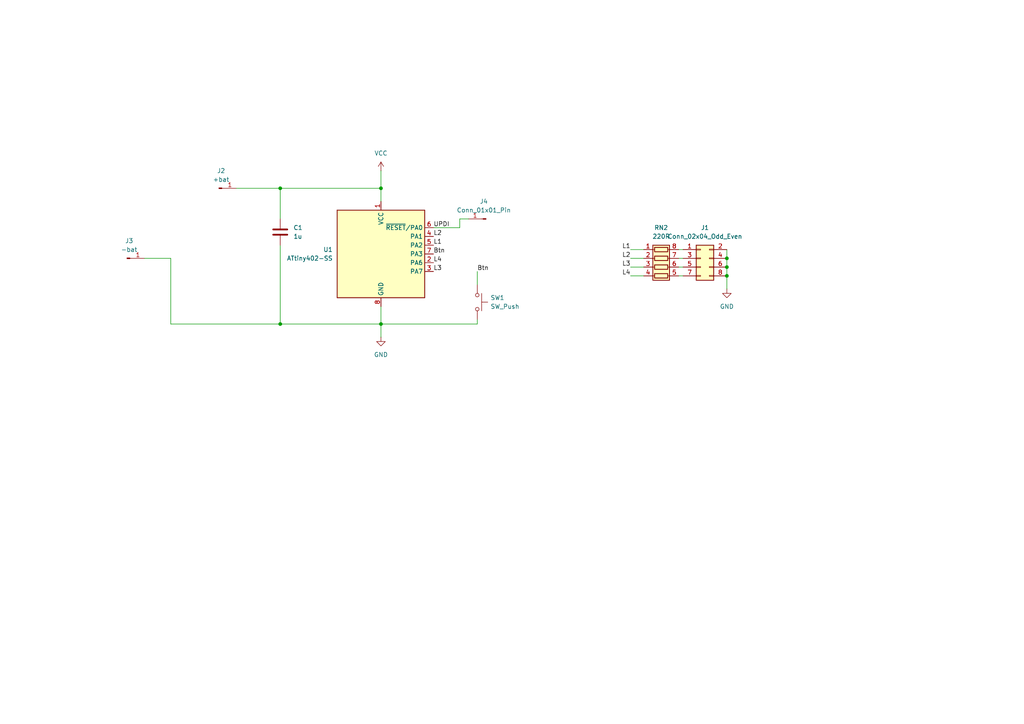
<source format=kicad_sch>
(kicad_sch (version 20250114) (generator "eeschema") (generator_version "9.0")
  (paper "A4")
  (lib_symbols
    (symbol "Connector:Conn_01x01_Pin" (pin_names (offset 1.016) (hide yes))
      (property "Reference" "J" (at 0 2.54 0))
      (property "Value" "Conn_01x01_Pin" (at 0 -2.54 0))
      (symbol "Conn_01x01_Pin_1_1"
        (rectangle (start 0.8636 0.127) (end 0 -0.127) (stroke (width 0.1524)) (fill (type outline)))
        (polyline (pts (xy 1.27 0) (xy 0.8636 0)) (stroke (width 0.1524)))
        (pin passive line (at 5.08 0 180) (length 3.81) (name "Pin_1") (number "1"))
      )
    )
    (symbol "Connector_Generic:Conn_02x04_Odd_Even" (pin_names (offset 1.016) (hide yes))
      (property "Reference" "J" (at 1.27 5.08 0))
      (property "Value" "Conn_02x04_Odd_Even" (at 1.27 -7.62 0))
      (symbol "Conn_02x04_Odd_Even_1_1"
        (rectangle (start -1.27 3.81) (end 3.81 -6.35) (stroke (width 0.254)) (fill (type background)))
        (rectangle (start -1.27 2.667) (end 0 2.413) (stroke (width 0.1524)))
        (rectangle (start -1.27 0.127) (end 0 -0.127) (stroke (width 0.1524)))
        (rectangle (start -1.27 -2.413) (end 0 -2.667) (stroke (width 0.1524)))
        (rectangle (start -1.27 -4.953) (end 0 -5.207) (stroke (width 0.1524)))
        (rectangle (start 3.81 2.667) (end 2.54 2.413) (stroke (width 0.1524)))
        (rectangle (start 3.81 0.127) (end 2.54 -0.127) (stroke (width 0.1524)))
        (rectangle (start 3.81 -2.413) (end 2.54 -2.667) (stroke (width 0.1524)))
        (rectangle (start 3.81 -4.953) (end 2.54 -5.207) (stroke (width 0.1524)))
        (pin passive line (at -5.08 2.54 0) (length 3.81) (name "Pin_1") (number "1"))
        (pin passive line (at -5.08 0 0) (length 3.81) (name "Pin_3") (number "3"))
        (pin passive line (at -5.08 -2.54 0) (length 3.81) (name "Pin_5") (number "5"))
        (pin passive line (at -5.08 -5.08 0) (length 3.81) (name "Pin_7") (number "7"))
        (pin passive line (at 7.62 2.54 180) (length 3.81) (name "Pin_2") (number "2"))
        (pin passive line (at 7.62 0 180) (length 3.81) (name "Pin_4") (number "4"))
        (pin passive line (at 7.62 -2.54 180) (length 3.81) (name "Pin_6") (number "6"))
        (pin passive line (at 7.62 -5.08 180) (length 3.81) (name "Pin_8") (number "8"))
      )
    )
    (symbol "Device:C" (pin_numbers (hide yes)) (pin_names (offset 0.254))
      (property "Reference" "C" (at 0.635 2.54 0))
      (property "Value" "C" (at 0.635 -2.54 0))
      (symbol "C_0_1"
        (polyline (pts (xy -2.032 0.762) (xy 2.032 0.762)) (stroke (width 0.508)))
        (polyline (pts (xy -2.032 -0.762) (xy 2.032 -0.762)) (stroke (width 0.508)))
      )
      (symbol "C_1_1"
        (pin passive line (at 0 3.81 270) (length 2.794) (name "~") (number "1"))
        (pin passive line (at 0 -3.81 90) (length 2.794) (name "~") (number "2"))
      )
    )
    (symbol "Device:R_Pack04" (pin_names (offset 0) (hide yes))
      (property "Reference" "RN" (at -7.62 0 90))
      (property "Value" "R_Pack04" (at 5.08 0 90))
      (symbol "R_Pack04_0_1"
        (rectangle (start -6.35 -2.413) (end 3.81 2.413) (stroke (width 0.254)) (fill (type background)))
        (rectangle (start -5.715 1.905) (end -4.445 -1.905) (stroke (width 0.254)))
        (polyline (pts (xy -5.08 1.905) (xy -5.08 2.54)))
        (polyline (pts (xy -5.08 -2.54) (xy -5.08 -1.905)))
        (rectangle (start -3.175 1.905) (end -1.905 -1.905) (stroke (width 0.254)))
        (polyline (pts (xy -2.54 1.905) (xy -2.54 2.54)))
        (polyline (pts (xy -2.54 -2.54) (xy -2.54 -1.905)))
        (rectangle (start -0.635 1.905) (end 0.635 -1.905) (stroke (width 0.254)))
        (polyline (pts (xy 0 1.905) (xy 0 2.54)))
        (polyline (pts (xy 0 -2.54) (xy 0 -1.905)))
        (rectangle (start 1.905 1.905) (end 3.175 -1.905) (stroke (width 0.254)))
        (polyline (pts (xy 2.54 1.905) (xy 2.54 2.54)))
        (polyline (pts (xy 2.54 -2.54) (xy 2.54 -1.905)))
      )
      (symbol "R_Pack04_1_1"
        (pin passive line (at -5.08 5.08 270) (length 2.54) (name "R1.2") (number "8"))
        (pin passive line (at -5.08 -5.08 90) (length 2.54) (name "R1.1") (number "1"))
        (pin passive line (at -2.54 5.08 270) (length 2.54) (name "R2.2") (number "7"))
        (pin passive line (at -2.54 -5.08 90) (length 2.54) (name "R2.1") (number "2"))
        (pin passive line (at 0 5.08 270) (length 2.54) (name "R3.2") (number "6"))
        (pin passive line (at 0 -5.08 90) (length 2.54) (name "R3.1") (number "3"))
        (pin passive line (at 2.54 5.08 270) (length 2.54) (name "R4.2") (number "5"))
        (pin passive line (at 2.54 -5.08 90) (length 2.54) (name "R4.1") (number "4"))
      )
    )
    (symbol "MCU_Microchip_ATtiny:ATtiny402-SS"
      (property "Reference" "U" (at -12.7 13.97 0))
      (property "Value" "ATtiny402-SS" (at 2.54 -13.97 0))
      (symbol "ATtiny402-SS_0_1"
        (rectangle (start -12.7 -12.7) (end 12.7 12.7) (stroke (width 0.254)) (fill (type background)))
      )
      (symbol "ATtiny402-SS_1_1"
        (pin power_in line (at 0 15.24 270) (length 2.54) (name "VCC") (number "1"))
        (pin power_in line (at 0 -15.24 90) (length 2.54) (name "GND") (number "8"))
        (pin bidirectional line (at 15.24 7.62 180) (length 2.54) (name "~{RESET}/PA0") (number "6"))
        (pin bidirectional line (at 15.24 5.08 180) (length 2.54) (name "PA1") (number "4"))
        (pin bidirectional line (at 15.24 2.54 180) (length 2.54) (name "PA2") (number "5"))
        (pin bidirectional line (at 15.24 0 180) (length 2.54) (name "PA3") (number "7"))
        (pin bidirectional line (at 15.24 -2.54 180) (length 2.54) (name "PA6") (number "2"))
        (pin bidirectional line (at 15.24 -5.08 180) (length 2.54) (name "PA7") (number "3"))
      )
    )
    (symbol "Switch:SW_Push" (pin_numbers (hide yes)) (pin_names (offset 1.016) (hide yes))
      (property "Reference" "SW" (at 1.27 2.54 0))
      (property "Value" "SW_Push" (at 0 -1.524 0))
      (symbol "SW_Push_0_1"
        (circle (center -2.032 0) (radius 0.508))
        (polyline (pts (xy 0 1.27) (xy 0 3.048)))
        (circle (center 2.032 0) (radius 0.508))
        (polyline (pts (xy 2.54 1.27) (xy -2.54 1.27)))
        (pin passive line (at -5.08 0 0) (length 2.54) (name "1") (number "1"))
        (pin passive line (at 5.08 0 180) (length 2.54) (name "2") (number "2"))
      )
    )
    (symbol "power:GND" (power) (pin_numbers (hide yes)) (pin_names (offset 0) (hide yes))
      (property "Value" "GND" (at 0 -3.81 0))
      (symbol "GND_0_1"
        (polyline (pts (xy 0 0) (xy 0 -1.27) (xy 1.27 -1.27) (xy 0 -2.54) (xy -1.27 -1.27) (xy 0 -1.27)))
      )
      (symbol "GND_1_1"
        (pin power_in line (at 0 0 270) (length 0) (name "~") (number "1"))
      )
    )
    (symbol "power:VCC" (power) (pin_numbers (hide yes)) (pin_names (offset 0) (hide yes))
      (property "Value" "VCC" (at 0 3.556 0))
      (symbol "VCC_0_1"
        (polyline (pts (xy -0.762 1.27) (xy 0 2.54)))
        (polyline (pts (xy 0 2.54) (xy 0.762 1.27)))
        (polyline (pts (xy 0 0) (xy 0 2.54)))
      )
      (symbol "VCC_1_1"
        (pin power_in line (at 0 0 90) (length 0) (name "~") (number "1"))
      )
    )
  )
  (junction (at 210.82 74.93))
  (junction (at 81.28 93.98))
  (junction (at 210.82 77.47))
  (junction (at 110.49 54.61))
  (junction (at 81.28 54.61))
  (junction (at 210.82 80.01))
  (junction (at 110.49 93.98))
  (wire (pts (xy 133.35 66.04) (xy 125.73 66.04)))
  (wire (pts (xy 110.49 49.53) (xy 110.49 54.61)))
  (wire (pts (xy 210.82 80.01) (xy 210.82 83.82)))
  (wire (pts (xy 68.58 54.61) (xy 81.28 54.61)))
  (wire (pts (xy 182.88 80.01) (xy 186.69 80.01)))
  (wire (pts (xy 110.49 54.61) (xy 110.49 58.42)))
  (wire (pts (xy 210.82 72.39) (xy 210.82 74.93)))
  (wire (pts (xy 49.53 93.98) (xy 81.28 93.98)))
  (wire (pts (xy 133.35 63.5) (xy 133.35 66.04)))
  (wire (pts (xy 138.43 93.98) (xy 110.49 93.98)))
  (wire (pts (xy 138.43 78.74) (xy 138.43 82.55)))
  (wire (pts (xy 81.28 54.61) (xy 110.49 54.61)))
  (wire (pts (xy 138.43 92.71) (xy 138.43 93.98)))
  (wire (pts (xy 196.85 72.39) (xy 198.12 72.39)))
  (wire (pts (xy 210.82 77.47) (xy 210.82 80.01)))
  (wire (pts (xy 182.88 74.93) (xy 186.69 74.93)))
  (wire (pts (xy 196.85 74.93) (xy 198.12 74.93)))
  (wire (pts (xy 182.88 72.39) (xy 186.69 72.39)))
  (wire (pts (xy 49.53 93.98) (xy 49.53 74.93)))
  (wire (pts (xy 135.89 63.5) (xy 133.35 63.5)))
  (wire (pts (xy 196.85 80.01) (xy 198.12 80.01)))
  (wire (pts (xy 41.91 74.93) (xy 49.53 74.93)))
  (wire (pts (xy 110.49 93.98) (xy 110.49 97.79)))
  (wire (pts (xy 81.28 54.61) (xy 81.28 63.5)))
  (wire (pts (xy 110.49 88.9) (xy 110.49 93.98)))
  (wire (pts (xy 81.28 71.12) (xy 81.28 93.98)))
  (wire (pts (xy 196.85 77.47) (xy 198.12 77.47)))
  (wire (pts (xy 182.88 77.47) (xy 186.69 77.47)))
  (wire (pts (xy 110.49 93.98) (xy 81.28 93.98)))
  (wire (pts (xy 210.82 74.93) (xy 210.82 77.47)))
  (label "L3" (at 182.88 77.47 180))
  (label "Btn" (at 138.43 78.74 0))
  (label "L1" (at 125.73 71.12 0))
  (label "L3" (at 125.73 78.74 0))
  (label "L2" (at 182.88 74.93 180))
  (label "L4" (at 125.73 76.2 0))
  (label "UPDI" (at 125.73 66.04 0))
  (label "L1" (at 182.88 72.39 180))
  (label "L4" (at 182.88 80.01 180))
  (label "Btn" (at 125.73 73.66 0))
  (label "L2" (at 125.73 68.58 0))
  (symbol (lib_id "Device:R_Pack04") (at 191.77 77.47 270) (unit 1)
    (property "Reference" "RN2" (at 191.77 66.04 90))
    (property "Value" "220R" (at 191.77 68.58 90))
    (property "Footprint" "Resistor_SMD:R_Array_Convex_4x0603" (effects (hide yes)))
    (property "Description" "4 resistor network, parallel topology" (effects (hide yes)))
  )
  (symbol (lib_id "Connector:Conn_01x01_Pin") (at 140.97 63.5 0) (mirror y) (unit 1)
    (property "Reference" "J4" (at 140.335 58.42 0))
    (property "Value" "Conn_01x01_Pin" (at 140.335 60.96 0))
    (property "Footprint" "Connector_PinHeader_2.54mm:PinHeader_1x01_P2.54mm_Vertical" (effects (hide yes)))
    (property "Description" "Generic connector, single row, 01x01, script generated" (effects (hide yes)))
  )
  (symbol (lib_id "power:GND") (at 210.82 83.82 0) (unit 1)
    (property "Reference" "#PWR03" (effects (hide yes)))
    (property "Value" "GND" (at 210.82 88.9 0))
    (property "Description" "Power symbol creates a global label with name \"GND\" , ground" (effects (hide yes)))
  )
  (symbol (lib_id "power:GND") (at 110.49 97.79 0) (unit 1)
    (property "Reference" "#PWR01" (effects (hide yes)))
    (property "Value" "GND" (at 110.49 102.87 0))
    (property "Description" "Power symbol creates a global label with name \"GND\" , ground" (effects (hide yes)))
  )
  (symbol (lib_id "Device:C") (at 81.28 67.31 0) (unit 1)
    (property "Reference" "C1" (at 85.09 66.0399 0) (effects (justify left)))
    (property "Value" "1u" (at 85.09 68.5799 0) (effects (justify left)))
    (property "Footprint" "Capacitor_SMD:C_0603_1608Metric" (effects (hide yes)))
    (property "Description" "Unpolarized capacitor" (effects (hide yes)))
  )
  (symbol (lib_id "Connector_Generic:Conn_02x04_Odd_Even") (at 203.2 74.93 0) (unit 1)
    (property "Reference" "J1" (at 204.47 66.04 0))
    (property "Value" "Conn_02x04_Odd_Even" (at 204.47 68.58 0))
    (property "Footprint" "Connector_PinHeader_2.54mm:PinHeader_2x04_P2.54mm_Vertical" (effects (hide yes)))
    (property "Description" "Generic connector, double row, 02x04, odd/even pin numbering scheme (row 1 odd numbers, row 2 even numbers), script generated (kicad-library-utils/schlib/autogen/connector/)" (effects (hide yes)))
  )
  (symbol (lib_id "Connector:Conn_01x01_Pin") (at 63.5 54.61 0) (unit 1)
    (property "Reference" "J2" (at 64.135 49.53 0))
    (property "Value" "+bat" (at 64.135 52.07 0))
    (property "Footprint" "Connector_PinHeader_2.54mm:PinHeader_1x01_P2.54mm_Vertical" (effects (hide yes)))
    (property "Description" "Generic connector, single row, 01x01, script generated" (effects (hide yes)))
  )
  (symbol (lib_id "Connector:Conn_01x01_Pin") (at 36.83 74.93 0) (unit 1)
    (property "Reference" "J3" (at 37.465 69.85 0))
    (property "Value" "-bat" (at 37.465 72.39 0))
    (property "Footprint" "Connector_PinHeader_2.54mm:PinHeader_1x01_P2.54mm_Vertical" (effects (hide yes)))
    (property "Description" "Generic connector, single row, 01x01, script generated" (effects (hide yes)))
  )
  (symbol (lib_id "power:VCC") (at 110.49 49.53 0) (unit 1)
    (property "Reference" "#PWR02" (effects (hide yes)))
    (property "Value" "VCC" (at 110.49 44.45 0))
    (property "Description" "Power symbol creates a global label with name \"VCC\"" (effects (hide yes)))
  )
  (symbol (lib_id "MCU_Microchip_ATtiny:ATtiny402-SS") (at 110.49 73.66 0) (unit 1)
    (property "Reference" "U1" (at 96.52 72.3899 0) (effects (justify right)))
    (property "Value" "ATtiny402-SS" (at 96.52 74.9299 0) (effects (justify right)))
    (property "Footprint" "Package_SO:SOIC-8_3.9x4.9mm_P1.27mm" (effects (hide yes)))
    (property "Datasheet" "http://ww1.microchip.com/downloads/en/DeviceDoc/ATtiny202-402-AVR-MCU-with-Core-Independent-Peripherals_and-picoPower-40001969A.pdf" (effects (hide yes)))
    (property "Description" "20MHz, 4kB Flash, 256B SRAM, 128B EEPROM, SOIC-8" (effects (hide yes)))
  )
  (symbol (lib_id "Switch:SW_Push") (at 138.43 87.63 270) (unit 1)
    (property "Reference" "SW1" (at 142.24 86.3599 90) (effects (justify left)))
    (property "Value" "SW_Push" (at 142.24 88.8999 90) (effects (justify left)))
    (property "Footprint" "Button_Switch_THT:SW_PUSH_6mm_H7.3mm" (effects (hide yes)))
    (property "Description" "Push button switch, generic, two pins" (effects (hide yes)))
  )
)
</source>
